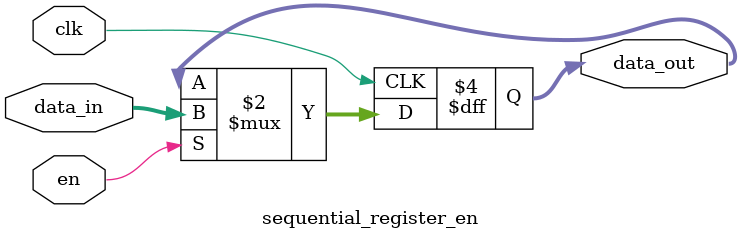
<source format=sv>
module sequential_register_en (
    input logic clk,
    input logic [7:0] data_in,
    input logic en,
    output logic [7:0] data_out
);
    always_ff @(posedge clk) begin
        if (en) begin
            data_out <= data_in;
        end
    end
endmodule


</source>
